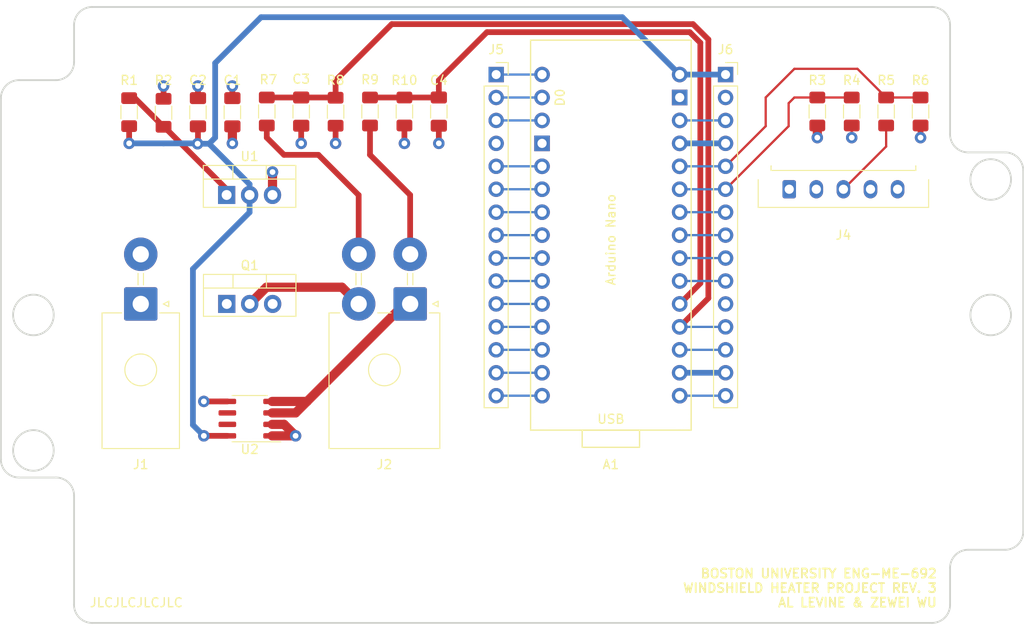
<source format=kicad_pcb>
(kicad_pcb (version 20221018) (generator pcbnew)
  (title_block (title "Windshield Heater Controller PCB") (rev "3") (company "ME692"))
  (layers (0 "F.Cu" signal) (1 "In1.Cu" signal) (2 "In2.Cu" signal) (31 "B.Cu" signal) (34 "B.Paste" user) (35 "F.Paste" user) (36 "B.SilkS" user "B.Silkscreen") (37 "F.SilkS" user "F.Silkscreen") (38 "B.Mask" user) (39 "F.Mask" user) (44 "Edge.Cuts" user))
  (net 0 "")
  (net 1 "+3V3")
  (net 2 "/A0")
  (net 3 "/A1")
  (net 4 "/A2")
  (net 5 "/A3")
  (net 6 "/A4")
  (net 7 "/A5")
  (net 8 "/A6")
  (net 9 "/A7")
  (net 10 "/AREF")
  (net 11 "/D0")
  (net 12 "/D1")
  (net 13 "/D2")
  (net 14 "/D3")
  (net 15 "/D4")
  (net 16 "/D5")
  (net 17 "/D6")
  (net 18 "/D7")
  (net 19 "/D8")
  (net 20 "/D9")
  (net 21 "/D10")
  (net 22 "/D11")
  (net 23 "/D12")
  (net 24 "/D13")
  (net 25 "GND")
  (net 26 "+12V")
  (net 28 "Net-(J4-Pin_3)")
  (net 29 "+5V")
  (net 30 "Net-(U1-ADJ)")
  (net 31 "Net-(J2-Pin_1)")
  (net 32 "/RST1")
  (net 33 "/RST2")
  (net 34 "Net-(J2-Pin_2)")
  (net 36 "Net-(J2-Pin_3)")
  (net 37 "Net-(J2-Pin_4)")
  (footprint "Resistor_SMD:R_1206_3216Metric_Pad1.30x1.75mm_HandSolder" (layer "F.Cu") (at 99.06 67.59 90)
    (fp_text reference "R7" (at 3.53 0.1825 180) (layer "F.SilkS"))
    (fp_text value "6.65kΩ")
    (fp_line (start -0.727064 -0.91) (end 0.727064 -0.91) (stroke (width 0.12)) (layer "F.SilkS"))
    (fp_line (start -0.727064 0.91) (end 0.727064 0.91) (stroke (width 0.12)) (layer "F.SilkS"))
    (pad "1" smd roundrect (at -1.55 0 90) (size 1.3 1.75) (layers "F.Cu" "F.Paste" "F.Mask") (roundrect_rratio 0.192308) (net 37 "Net-(J2-Pin_4)"))
    (pad "2" smd roundrect (at 1.55 0 90) (size 1.3 1.75) (layers "F.Cu" "F.Paste" "F.Mask") (roundrect_rratio 0.192308) (net 2 "/A0"))
  )
  (footprint "Capacitor_SMD:C_1206_3216Metric_Pad1.33x1.80mm_HandSolder" (layer "F.Cu") (at 102.87 67.6025 -90)
    (fp_text reference "C3" (at -3.6025 0) (layer "F.SilkS"))
    (fp_text value "0.1μF")
    (fp_line (start -0.711252 -0.91) (end 0.711252 -0.91) (stroke (width 0.12)) (layer "F.SilkS"))
    (fp_line (start -0.711252 0.91) (end 0.711252 0.91) (stroke (width 0.12)) (layer "F.SilkS"))
    (pad "1" smd roundrect (at -1.5625 0 270) (size 1.325 1.8) (layers "F.Cu" "F.Paste" "F.Mask") (roundrect_rratio 0.188679) (net 2 "/A0"))
    (pad "2" smd roundrect (at 1.5625 0 270) (size 1.325 1.8) (layers "F.Cu" "F.Paste" "F.Mask") (roundrect_rratio 0.188679) (net 25 "GND"))
  )
  (footprint "Package_TO_SOT_THT:TO-220-3_Vertical" (layer "F.Cu") (at 94.63 88.9)
    (fp_text reference "Q1" (at 2.54 -4.27) (layer "F.SilkS"))
    (fp_text value "Power MOSFET")
    (fp_line (start -2.58 -3.27) (end -2.58 1.371) (stroke (width 0.12)) (layer "F.SilkS"))
    (fp_line (start -2.58 -3.27) (end 7.66 -3.27) (stroke (width 0.12)) (layer "F.SilkS"))
    (fp_line (start -2.58 -1.76) (end 7.66 -1.76) (stroke (width 0.12)) (layer "F.SilkS"))
    (fp_line (start -2.58 1.371) (end 7.66 1.371) (stroke (width 0.12)) (layer "F.SilkS"))
    (fp_line (start 0.69 -3.27) (end 0.69 -1.76) (stroke (width 0.12)) (layer "F.SilkS"))
    (fp_line (start 4.391 -3.27) (end 4.391 -1.76) (stroke (width 0.12)) (layer "F.SilkS"))
    (fp_line (start 7.66 -3.27) (end 7.66 1.371) (stroke (width 0.12)) (layer "F.SilkS"))
    (pad "1" thru_hole rect (at 0 0) (size 1.905 2) (drill 1.1) (layers "*.Cu" "*.Mask") (net 20 "/D9"))
    (pad "2" thru_hole oval (at 2.54 0) (size 1.905 2) (drill 1.1) (layers "*.Cu" "*.Mask") (net 34 "Net-(J2-Pin_2)"))
    (pad "3" thru_hole oval (at 5.08 0) (size 1.905 2) (drill 1.1) (layers "*.Cu" "*.Mask") (net 25 "GND"))
  )
  (footprint "Connector_PinSocket_2.54mm:PinSocket_1x15_P2.54mm_Vertical" (layer "F.Cu") (at 149.86 63.5)
    (fp_text reference "J6" (at 0 -2.77) (layer "F.SilkS"))
    (fp_text value "GPIO Headers")
    (fp_line (start -1.33 1.27) (end -1.33 36.89) (stroke (width 0.12)) (layer "F.SilkS"))
    (fp_line (start -1.33 1.27) (end 1.33 1.27) (stroke (width 0.12)) (layer "F.SilkS"))
    (fp_line (start -1.33 36.89) (end 1.33 36.89) (stroke (width 0.12)) (layer "F.SilkS"))
    (fp_line (start 0 -1.33) (end 1.33 -1.33) (stroke (width 0.12)) (layer "F.SilkS"))
    (fp_line (start 1.33 -1.33) (end 1.33 0) (stroke (width 0.12)) (layer "F.SilkS"))
    (fp_line (start 1.33 1.27) (end 1.33 36.89) (stroke (width 0.12)) (layer "F.SilkS"))
    (pad "1" thru_hole rect (at 0 0) (size 1.7 1.7) (drill 1) (layers "*.Cu" "*.Mask") (net 29 "+5V"))
    (pad "2" thru_hole oval (at 0 2.54) (size 1.7 1.7) (drill 1) (layers "*.Cu" "*.Mask") (net 25 "GND"))
    (pad "3" thru_hole oval (at 0 5.08) (size 1.7 1.7) (drill 1) (layers "*.Cu" "*.Mask") (net 33 "/RST2"))
    (pad "4" thru_hole oval (at 0 7.62) (size 1.7 1.7) (drill 1) (layers "*.Cu" "*.Mask") (net 29 "+5V"))
    (pad "5" thru_hole oval (at 0 10.16) (size 1.7 1.7) (drill 1) (layers "*.Cu" "*.Mask") (net 9 "/A7"))
    (pad "6" thru_hole oval (at 0 12.7) (size 1.7 1.7) (drill 1) (layers "*.Cu" "*.Mask") (net 8 "/A6"))
    (pad "7" thru_hole oval (at 0 15.24) (size 1.7 1.7) (drill 1) (layers "*.Cu" "*.Mask") (net 7 "/A5"))
    (pad "8" thru_hole oval (at 0 17.78) (size 1.7 1.7) (drill 1) (layers "*.Cu" "*.Mask") (net 6 "/A4"))
    (pad "9" thru_hole oval (at 0 20.32) (size 1.7 1.7) (drill 1) (layers "*.Cu" "*.Mask") (net 5 "/A3"))
    (pad "10" thru_hole oval (at 0 22.86) (size 1.7 1.7) (drill 1) (layers "*.Cu" "*.Mask") (net 4 "/A2"))
    (pad "11" thru_hole oval (at 0 25.4) (size 1.7 1.7) (drill 1) (layers "*.Cu" "*.Mask") (net 3 "/A1"))
    (pad "12" thru_hole oval (at 0 27.94) (size 1.7 1.7) (drill 1) (layers "*.Cu" "*.Mask") (net 2 "/A0"))
    (pad "13" thru_hole oval (at 0 30.48) (size 1.7 1.7) (drill 1) (layers "*.Cu" "*.Mask") (net 10 "/AREF"))
    (pad "14" thru_hole oval (at 0 33.02) (size 1.7 1.7) (drill 1) (layers "*.Cu" "*.Mask") (net 1 "+3V3"))
    (pad "15" thru_hole oval (at 0 35.56) (size 1.7 1.7) (drill 1) (layers "*.Cu" "*.Mask") (net 24 "/D13"))
  )
  (footprint "Connector_Molex:Molex_Mega-Fit_76825-0002_2x01_P5.70mm_Horizontal" (layer "F.Cu") (at 85.105 88.9 180)
    (fp_text reference "J1" (at 0 -17.78) (layer "F.SilkS"))
    (fp_text value "Power In" hide)
    (fp_line (start -4.285 -16.01) (end -4.285 -0.99) (stroke (width 0.12)) (layer "F.SilkS"))
    (fp_line (start -4.285 -0.99) (end -2.11 -0.99) (stroke (width 0.12)) (layer "F.SilkS"))
    (fp_line (start -3.1 -0.3) (end -2.5 0) (stroke (width 0.12)) (layer "F.SilkS"))
    (fp_line (start -3.1 0.3) (end -3.1 -0.3) (stroke (width 0.12)) (layer "F.SilkS"))
    (fp_line (start -2.5 0) (end -3.1 0.3) (stroke (width 0.12)) (layer "F.SilkS"))
    (fp_line (start -0.3 2.11) (end -0.3 3.39) (stroke (width 0.12)) (layer "F.SilkS"))
    (fp_line (start 0 -16.01) (end -4.285 -16.01) (stroke (width 0.12)) (layer "F.SilkS"))
    (fp_line (start 0 -16.01) (end 4.285 -16.01) (stroke (width 0.12)) (layer "F.SilkS"))
    (fp_line (start 0.3 2.11) (end 0.3 3.39) (stroke (width 0.12)) (layer "F.SilkS"))
    (fp_line (start 4.285 -16.01) (end 4.285 -0.99) (stroke (width 0.12)) (layer "F.SilkS"))
    (fp_line (start 4.285 -0.99) (end 2.11 -0.99) (stroke (width 0.12)) (layer "F.SilkS"))
    (fp_circle (center 0 -7.3) (end 1.76 -7.3) (stroke (width 0.12)) (fill none) (layer "F.SilkS"))
    (pad "" np_thru_hole circle (at 0 -7.3 180) (size 3 3) (drill 3) (layers "*.Cu" "*.Mask"))
    (pad "1" thru_hole roundrect (at 0 0 180) (size 3.7 3.7) (drill 1.8) (layers "*.Cu" "*.Mask") (roundrect_rratio 0.06756810811) (net 25 "GND"))
    (pad "2" thru_hole circle (at 0 5.5 180) (size 3.7 3.7) (drill 1.8) (layers "*.Cu" "*.Mask") (net 26 "+12V"))
  )
  (footprint "Resistor_SMD:R_1206_3216Metric_Pad1.30x1.75mm_HandSolder" (layer "F.Cu") (at 87.63 67.735 90)
    (fp_text reference "R2" (at 3.6 0 180) (layer "F.SilkS"))
    (fp_text value "3kΩ")
    (fp_line (start -0.727064 -0.91) (end 0.727064 -0.91) (stroke (width 0.12)) (layer "F.SilkS"))
    (fp_line (start -0.727064 0.91) (end 0.727064 0.91) (stroke (width 0.12)) (layer "F.SilkS"))
    (pad "1" smd roundrect (at -1.55 0 90) (size 1.3 1.75) (layers "F.Cu" "F.Paste" "F.Mask") (roundrect_rratio 0.1923076923) (net 30 "Net-(U1-ADJ)"))
    (pad "2" smd roundrect (at 1.55 0 90) (size 1.3 1.75) (layers "F.Cu" "F.Paste" "F.Mask") (roundrect_rratio 0.1923076923) (net 25 "GND"))
  )
  (footprint "Connector_Molex:Molex_Mega-Fit_76825-0004_2x02_P5.70mm_Horizontal" (layer "F.Cu") (at 114.935 88.9 180)
    (fp_text reference "J2" (at 2.85 -17.78) (layer "F.SilkS"))
    (fp_text value "Heater" hide)
    (fp_line (start -3.285 -16.01) (end -3.285 -0.99) (stroke (width 0.12)) (layer "F.SilkS"))
    (fp_line (start -3.285 -0.99) (end -2.11 -0.99) (stroke (width 0.12)) (layer "F.SilkS"))
    (fp_line (start -3.1 -0.3) (end -2.5 0) (stroke (width 0.12)) (layer "F.SilkS"))
    (fp_line (start -3.1 0.3) (end -3.1 -0.3) (stroke (width 0.12)) (layer "F.SilkS"))
    (fp_line (start -2.5 0) (end -3.1 0.3) (stroke (width 0.12)) (layer "F.SilkS"))
    (fp_line (start -0.3 2.11) (end -0.3 3.39) (stroke (width 0.12)) (layer "F.SilkS"))
    (fp_line (start 0.3 2.11) (end 0.3 3.39) (stroke (width 0.12)) (layer "F.SilkS"))
    (fp_line (start 2.11 -0.99) (end 3.59 -0.99) (stroke (width 0.12)) (layer "F.SilkS"))
    (fp_line (start 2.85 -16.01) (end -3.285 -16.01) (stroke (width 0.12)) (layer "F.SilkS"))
    (fp_line (start 2.85 -16.01) (end 8.985 -16.01) (stroke (width 0.12)) (layer "F.SilkS"))
    (fp_line (start 5.4 2.11) (end 5.4 3.39) (stroke (width 0.12)) (layer "F.SilkS"))
    (fp_line (start 6 2.11) (end 6 3.39) (stroke (width 0.12)) (layer "F.SilkS"))
    (fp_line (start 8.985 -16.01) (end 8.985 -0.99) (stroke (width 0.12)) (layer "F.SilkS"))
    (fp_line (start 8.985 -0.99) (end 7.81 -0.99) (stroke (width 0.12)) (layer "F.SilkS"))
    (fp_circle (center 2.85 -7.3) (end 4.61 -7.3) (stroke (width 0.12)) (fill none) (layer "F.SilkS"))
    (pad "" np_thru_hole circle (at 2.85 -7.3 180) (size 3 3) (drill 3) (layers "*.Cu" "*.Mask"))
    (pad "1" thru_hole roundrect (at 0 0 180) (size 3.7 3.7) (drill 1.8) (layers "*.Cu" "*.Mask") (roundrect_rratio 0.067568) (net 31 "Net-(J2-Pin_1)"))
    (pad "2" thru_hole circle (at 5.7 0 180) (size 3.7 3.7) (drill 1.8) (layers "*.Cu" "*.Mask") (net 34 "Net-(J2-Pin_2)"))
    (pad "3" thru_hole circle (at 0 5.5 180) (size 3.7 3.7) (drill 1.8) (layers "*.Cu" "*.Mask") (net 36 "Net-(J2-Pin_3)"))
    (pad "4" thru_hole circle (at 5.7 5.5 180) (size 3.7 3.7) (drill 1.8) (layers "*.Cu" "*.Mask") (net 37 "Net-(J2-Pin_4)"))
  )
  (footprint "Package_TO_SOT_THT:TO-220-3_Vertical" (layer "F.Cu") (at 94.615 76.835)
    (fp_text reference "U1" (at 2.54 -4.27) (layer "F.SilkS"))
    (fp_text value "Voltage Regulator")
    (fp_line (start -2.58 -3.27) (end -2.58 1.371) (stroke (width 0.12)) (layer "F.SilkS"))
    (fp_line (start -2.58 -3.27) (end 7.66 -3.27) (stroke (width 0.12)) (layer "F.SilkS"))
    (fp_line (start -2.58 -1.76) (end 7.66 -1.76) (stroke (width 0.12)) (layer "F.SilkS"))
    (fp_line (start -2.58 1.371) (end 7.66 1.371) (stroke (width 0.12)) (layer "F.SilkS"))
    (fp_line (start 0.69 -3.27) (end 0.69 -1.76) (stroke (width 0.12)) (layer "F.SilkS"))
    (fp_line (start 4.391 -3.27) (end 4.391 -1.76) (stroke (width 0.12)) (layer "F.SilkS"))
    (fp_line (start 7.66 -3.27) (end 7.66 1.371) (stroke (width 0.12)) (layer "F.SilkS"))
    (pad "1" thru_hole rect (at 0 0) (size 1.905 2) (drill 1.1) (layers "*.Cu" "*.Mask") (net 30 "Net-(U1-ADJ)"))
    (pad "2" thru_hole oval (at 2.54 0) (size 1.905 2) (drill 1.1) (layers "*.Cu" "*.Mask") (net 29 "+5V"))
    (pad "3" thru_hole oval (at 5.08 0) (size 1.905 2) (drill 1.1) (layers "*.Cu" "*.Mask") (net 26 "+12V"))
  )
  (footprint "Resistor_SMD:R_1206_3216Metric_Pad1.30x1.75mm_HandSolder" (layer "F.Cu") (at 171.45 67.59 -90)
    (fp_text reference "R6" (at -3.455 0) (layer "F.SilkS"))
    (fp_text value "5kΩ")
    (fp_line (start -0.727064 -0.91) (end 0.727064 -0.91) (stroke (width 0.12)) (layer "F.SilkS"))
    (fp_line (start -0.727064 0.91) (end 0.727064 0.91) (stroke (width 0.12)) (layer "F.SilkS"))
    (pad "1" smd roundrect (at -1.55 0 270) (size 1.3 1.75) (layers "F.Cu" "F.Paste" "F.Mask") (roundrect_rratio 0.1923076923) (net 9 "/A7"))
    (pad "2" smd roundrect (at 1.55 0 270) (size 1.3 1.75) (layers "F.Cu" "F.Paste" "F.Mask") (roundrect_rratio 0.1923076923) (net 25 "GND"))
  )
  (footprint "Capacitor_SMD:C_1206_3216Metric_Pad1.33x1.80mm_HandSolder" (layer "F.Cu") (at 118.11 67.6025 -90)
    (fp_text reference "C4" (at -3.4675 0) (layer "F.SilkS"))
    (fp_text value "0.1μF")
    (fp_line (start -0.711252 -0.91) (end 0.711252 -0.91) (stroke (width 0.12)) (layer "F.SilkS"))
    (fp_line (start -0.711252 0.91) (end 0.711252 0.91) (stroke (width 0.12)) (layer "F.SilkS"))
    (pad "1" smd roundrect (at -1.5625 0 270) (size 1.325 1.8) (layers "F.Cu" "F.Paste" "F.Mask") (roundrect_rratio 0.188679) (net 3 "/A1"))
    (pad "2" smd roundrect (at 1.5625 0 270) (size 1.325 1.8) (layers "F.Cu" "F.Paste" "F.Mask") (roundrect_rratio 0.188679) (net 25 "GND"))
  )
  (footprint "Capacitor_SMD:C_1206_3216Metric_Pad1.33x1.80mm_HandSolder" (layer "F.Cu") (at 91.44 67.6725 90)
    (fp_text reference "C2" (at 3.5375 0 180) (layer "F.SilkS"))
    (fp_text value "1μF")
    (fp_line (start -0.711252 -0.91) (end 0.711252 -0.91) (stroke (width 0.12)) (layer "F.SilkS"))
    (fp_line (start -0.711252 0.91) (end 0.711252 0.91) (stroke (width 0.12)) (layer "F.SilkS"))
    (pad "1" smd roundrect (at -1.5625 0 90) (size 1.325 1.8) (layers "F.Cu" "F.Paste" "F.Mask") (roundrect_rratio 0.1886792453) (net 29 "+5V"))
    (pad "2" smd roundrect (at 1.5625 0 90) (size 1.325 1.8) (layers "F.Cu" "F.Paste" "F.Mask") (roundrect_rratio 0.1886792453) (net 25 "GND"))
  )
  (footprint "PCM_arduino-library:Arduino_Nano_Socket" (layer "F.Cu") (at 137.16 102.87)
    (fp_text reference "A1" (at 0 3.81) (layer "F.SilkS"))
    (fp_text value "Arduino Nano" (at 0 -21.082 90) (layer "F.SilkS"))
    (fp_text user "D0" (at -5.715 -36.83 270 unlocked) (layer "F.SilkS") (effects (justify mirror)))
    (fp_line (start -8.89 -43.18) (end -8.89 0) (stroke (width 0.15)) (layer "F.SilkS"))
    (fp_line (start -8.89 -43.18) (end 8.89 -43.18) (stroke (width 0.15)) (layer "F.SilkS"))
    (fp_line (start -8.89 0) (end 8.89 0) (stroke (width 0.15)) (layer "F.SilkS"))
    (fp_line (start 8.89 -43.18) (end 8.89 0) (stroke (width 0.15)) (layer "F.SilkS"))
    (pad "" np_thru_hole circle (at -7.62 -41.91) (size 1.8 1.8) (drill 1.8) (layers "F&B.Cu" "*.Mask"))
    (pad "" np_thru_hole circle (at -7.62 -1.27) (size 1.8 1.8) (drill 1.8) (layers "F&B.Cu" "*.Mask"))
    (pad "" np_thru_hole circle (at 7.62 -41.91) (size 1.8 1.8) (drill 1.8) (layers "F&B.Cu" "*.Mask"))
    (pad "" np_thru_hole circle (at 7.62 -1.27) (size 1.8 1.8) (drill 1.8) (layers "F&B.Cu" "*.Mask"))
    (pad "3V3" thru_hole circle (at 7.62 -6.35) (size 1.7272 1.7272) (drill 1.016) (layers "*.Cu" "*.Mask") (net 1 "+3V3"))
    (pad "5V" thru_hole circle (at 7.62 -31.75) (size 1.7272 1.7272) (drill 1.016) (layers "*.Cu" "*.Mask") (net 29 "+5V"))
    (pad "A0" thru_hole circle (at 7.62 -11.43) (size 1.7272 1.7272) (drill 1.016) (layers "*.Cu" "*.Mask") (net 2 "/A0"))
    (pad "A1" thru_hole circle (at 7.62 -13.97) (size 1.7272 1.7272) (drill 1.016) (layers "*.Cu" "*.Mask") (net 3 "/A1"))
    (pad "A2" thru_hole circle (at 7.62 -16.51) (size 1.7272 1.7272) (drill 1.016) (layers "*.Cu" "*.Mask") (net 4 "/A2"))
    (pad "A3" thru_hole circle (at 7.62 -19.05) (size 1.7272 1.7272) (drill 1.016) (layers "*.Cu" "*.Mask") (net 5 "/A3"))
    (pad "A4" thru_hole circle (at 7.62 -21.59) (size 1.7272 1.7272) (drill 1.016) (layers "*.Cu" "*.Mask") (net 6 "/A4"))
    (pad "A5" thru_hole circle (at 7.62 -24.13) (size 1.7272 1.7272) (drill 1.016) (layers "*.Cu" "*.Mask") (net 7 "/A5"))
    (pad "A6" thru_hole circle (at 7.62 -26.67) (size 1.7272 1.7272) (drill 1.016) (layers "*.Cu" "*.Mask") (net 8 "/A6"))
    (pad "A7" thru_hole circle (at 7.62 -29.21) (size 1.7272 1.7272) (drill 1.016) (layers "*.Cu" "*.Mask") (net 9 "/A7"))
    (pad "AREF" thru_hole circle (at 7.62 -8.89) (size 1.7272 1.7272) (drill 1.016) (layers "*.Cu" "*.Mask") (net 10 "/AREF"))
    (pad "D0" thru_hole circle (at -7.62 -36.83) (size 1.7272 1.7272) (drill 1.016) (layers "*.Cu" "*.Mask") (net 11 "/D0"))
    (pad "D1" thru_hole circle (at -7.62 -39.37) (size 1.7272 1.7272) (drill 1.016) (layers "*.Cu" "*.Mask") (net 12 "/D1"))
    (pad "D2" thru_hole circle (at -7.62 -29.21) (size 1.7272 1.7272) (drill 1.016) (layers "*.Cu" "*.Mask") (net 13 "/D2"))
    (pad "D3" thru_hole circle (at -7.62 -26.67) (size 1.7272 1.7272) (drill 1.016) (layers "*.Cu" "*.Mask") (net 14 "/D3"))
    (pad "D4" thru_hole circle (at -7.62 -24.13) (size 1.7272 1.7272) (drill 1.016) (layers "*.Cu" "*.Mask") (net 15 "/D4"))
    (pad "D5" thru_hole circle (at -7.62 -21.59) (size 1.7272 1.7272) (drill 1.016) (layers "*.Cu" "*.Mask") (net 16 "/D5"))
    (pad "D6" thru_hole circle (at -7.62 -19.05) (size 1.7272 1.7272) (drill 1.016) (layers "*.Cu" "*.Mask") (net 17 "/D6"))
    (pad "D7" thru_hole circle (at -7.62 -16.51) (size 1.7272 1.7272) (drill 1.016) (layers "*.Cu" "*.Mask") (net 18 "/D7"))
    (pad "D8" thru_hole circle (at -7.62 -13.97) (size 1.7272 1.7272) (drill 1.016) (layers "*.Cu" "*.Mask") (net 19 "/D8"))
    (pad "D9" thru_hole circle (at -7.62 -11.43) (size 1.7272 1.7272) (drill 1.016) (layers "*.Cu" "*.Mask") (net 20 "/D9"))
    (pad "D10" thru_hole circle (at -7.62 -8.89) (size 1.7272 1.7272) (drill 1.016) (layers "*.Cu" "*.Mask") (net 21 "/D10"))
    (pad "D11" thru_hole circle (at -7.62 -6.35) (size 1.7272 1.7272) (drill 1.016) (layers "*.Cu" "*.Mask") (net 22 "/D11"))
    (pad "D12" thru_hole circle (at -7.62 -3.81) (size 1.7272 1.7272) (drill 1.016) (layers "*.Cu" "*.Mask") (net 23 "/D12"))
    (pad "D13" thru_hole circle (at 7.62 -3.81) (size 1.7272 1.7272) (drill 1.016) (layers "*.Cu" "*.Mask") (net 24 "/D13"))
    (pad "GND1" thru_hole rect (at -7.62 -31.75) (size 1.7272 1.7272) (drill 1.016) (layers "*.Cu" "*.Mask") (net 25 "GND"))
    (pad "GND2" thru_hole rect (at 7.62 -36.83) (size 1.7272 1.7272) (drill 1.016) (layers "*.Cu" "*.Mask") (net 25 "GND"))
    (pad "RST1" thru_hole circle (at -7.62 -34.29) (size 1.7272 1.7272) (drill 1.016) (layers "*.Cu" "*.Mask") (net 32 "/RST1"))
    (pad "RST2" thru_hole circle (at 7.62 -34.29) (size 1.7272 1.7272) (drill 1.016) (layers "*.Cu" "*.Mask") (net 33 "/RST2"))
    (pad "VIN" thru_hole circle (at 7.62 -39.37) (size 1.7272 1.7272) (drill 1.016) (layers "*.Cu" "*.Mask") (net 29 "+5V"))
  )
  (footprint "Connector_PinSocket_2.54mm:PinSocket_1x15_P2.54mm_Vertical" (layer "F.Cu") (at 124.46 63.5)
    (fp_text reference "J5" (at 0 -2.77) (layer "F.SilkS"))
    (fp_text value "GPIO Headers")
    (fp_line (start -1.33 1.27) (end -1.33 36.89) (stroke (width 0.12)) (layer "F.SilkS"))
    (fp_line (start -1.33 1.27) (end 1.33 1.27) (stroke (width 0.12)) (layer "F.SilkS"))
    (fp_line (start -1.33 36.89) (end 1.33 36.89) (stroke (width 0.12)) (layer "F.SilkS"))
    (fp_line (start 0 -1.33) (end 1.33 -1.33) (stroke (width 0.12)) (layer "F.SilkS"))
    (fp_line (start 1.33 -1.33) (end 1.33 0) (stroke (width 0.12)) (layer "F.SilkS"))
    (fp_line (start 1.33 1.27) (end 1.33 36.89) (stroke (width 0.12)) (layer "F.SilkS"))
    (pad "1" thru_hole rect (at 0 0) (size 1.7 1.7) (drill 1) (layers "*.Cu" "*.Mask") (net 12 "/D1"))
    (pad "2" thru_hole oval (at 0 2.54) (size 1.7 1.7) (drill 1) (layers "*.Cu" "*.Mask") (net 11 "/D0"))
    (pad "3" thru_hole oval (at 0 5.08) (size 1.7 1.7) (drill 1) (layers "*.Cu" "*.Mask") (net 32 "/RST1"))
    (pad "4" thru_hole oval (at 0 7.62) (size 1.7 1.7) (drill 1) (layers "*.Cu" "*.Mask") (net 25 "GND"))
    (pad "5" thru_hole oval (at 0 10.16) (size 1.7 1.7) (drill 1) (layers "*.Cu" "*.Mask") (net 13 "/D2"))
    (pad "6" thru_hole oval (at 0 12.7) (size 1.7 1.7) (drill 1) (layers "*.Cu" "*.Mask") (net 14 "/D3"))
    (pad "7" thru_hole oval (at 0 15.24) (size 1.7 1.7) (drill 1) (layers "*.Cu" "*.Mask") (net 15 "/D4"))
    (pad "8" thru_hole oval (at 0 17.78) (size 1.7 1.7) (drill 1) (layers "*.Cu" "*.Mask") (net 16 "/D5"))
    (pad "9" thru_hole oval (at 0 20.32) (size 1.7 1.7) (drill 1) (layers "*.Cu" "*.Mask") (net 17 "/D6"))
    (pad "10" thru_hole oval (at 0 22.86) (size 1.7 1.7) (drill 1) (layers "*.Cu" "*.Mask") (net 18 "/D7"))
    (pad "11" thru_hole oval (at 0 25.4) (size 1.7 1.7) (drill 1) (layers "*.Cu" "*.Mask") (net 19 "/D8"))
    (pad "12" thru_hole oval (at 0 27.94) (size 1.7 1.7) (drill 1) (layers "*.Cu" "*.Mask") (net 20 "/D9"))
    (pad "13" thru_hole oval (at 0 30.48) (size 1.7 1.7) (drill 1) (layers "*.Cu" "*.Mask") (net 21 "/D10"))
    (pad "14" thru_hole oval (at 0 33.02) (size 1.7 1.7) (drill 1) (layers "*.Cu" "*.Mask") (net 22 "/D11"))
    (pad "15" thru_hole oval (at 0 35.56) (size 1.7 1.7) (drill 1) (layers "*.Cu" "*.Mask") (net 23 "/D12"))
  )
  (footprint "Resistor_SMD:R_1206_3216Metric_Pad1.30x1.75mm_HandSolder" (layer "F.Cu") (at 163.83 67.59 -90)
    (fp_text reference "R4" (at -3.455 0) (layer "F.SilkS"))
    (fp_text value "5kΩ")
    (fp_line (start -0.727064 -0.91) (end 0.727064 -0.91) (stroke (width 0.12)) (layer "F.SilkS"))
    (fp_line (start -0.727064 0.91) (end 0.727064 0.91) (stroke (width 0.12)) (layer "F.SilkS"))
    (pad "1" smd roundrect (at -1.55 0 270) (size 1.3 1.75) (layers "F.Cu" "F.Paste" "F.Mask") (roundrect_rratio 0.1923076923) (net 8 "/A6"))
    (pad "2" smd roundrect (at 1.55 0 270) (size 1.3 1.75) (layers "F.Cu" "F.Paste" "F.Mask") (roundrect_rratio 0.1923076923) (net 25 "GND"))
  )
  (footprint "Resistor_SMD:R_1206_3216Metric_Pad1.30x1.75mm_HandSolder" (layer "F.Cu") (at 106.68 67.615 -90)
    (fp_text reference "R8" (at -3.48 0) (layer "F.SilkS"))
    (fp_text value "3.32kΩ")
    (fp_line (start -0.727064 -0.91) (end 0.727064 -0.91) (stroke (width 0.12)) (layer "F.SilkS"))
    (fp_line (start -0.727064 0.91) (end 0.727064 0.91) (stroke (width 0.12)) (layer "F.SilkS"))
    (pad "1" smd roundrect (at -1.55 0 270) (size 1.3 1.75) (layers "F.Cu" "F.Paste" "F.Mask") (roundrect_rratio 0.192308) (net 2 "/A0"))
    (pad "2" smd roundrect (at 1.55 0 270) (size 1.3 1.75) (layers "F.Cu" "F.Paste" "F.Mask") (roundrect_rratio 0.192308) (net 25 "GND"))
  )
  (footprint "Resistor_SMD:R_1206_3216Metric_Pad1.30x1.75mm_HandSolder" (layer "F.Cu") (at 83.82 67.66 90)
    (fp_text reference "R1" (at 3.525 0 180) (layer "F.SilkS"))
    (fp_text value "1kΩ")
    (fp_line (start -0.727064 -0.91) (end 0.727064 -0.91) (stroke (width 0.12)) (layer "F.SilkS"))
    (fp_line (start -0.727064 0.91) (end 0.727064 0.91) (stroke (width 0.12)) (layer "F.SilkS"))
    (pad "1" smd roundrect (at -1.55 0 90) (size 1.3 1.75) (layers "F.Cu" "F.Paste" "F.Mask") (roundrect_rratio 0.1923076923) (net 29 "+5V"))
    (pad "2" smd roundrect (at 1.55 0 90) (size 1.3 1.75) (layers "F.Cu" "F.Paste" "F.Mask") (roundrect_rratio 0.1923076923) (net 30 "Net-(U1-ADJ)"))
  )
  (footprint "Resistor_SMD:R_1206_3216Metric_Pad1.30x1.75mm_HandSolder" (layer "F.Cu") (at 167.64 67.59 90)
    (fp_text reference "R5" (at 3.455 0 180) (layer "F.SilkS"))
    (fp_text value "15kΩ")
    (fp_line (start -0.727064 -0.91) (end 0.727064 -0.91) (stroke (width 0.12)) (layer "F.SilkS"))
    (fp_line (start -0.727064 0.91) (end 0.727064 0.91) (stroke (width 0.12)) (layer "F.SilkS"))
    (pad "1" smd roundrect (at -1.55 0 90) (size 1.3 1.75) (layers "F.Cu" "F.Paste" "F.Mask") (roundrect_rratio 0.1923076923) (net 28 "Net-(J4-Pin_3)"))
    (pad "2" smd roundrect (at 1.55 0 90) (size 1.3 1.75) (layers "F.Cu" "F.Paste" "F.Mask") (roundrect_rratio 0.1923076923) (net 9 "/A7"))
  )
  (footprint "Connector_Molex:Molex_Micro-Fit_3.0_43650-0515_1x05_P3.00mm_Vertical" (layer "F.Cu") (at 156.91 76.2)
    (fp_text reference "J4" (at 6 5.08) (layer "F.SilkS"))
    (fp_text value "Relay" hide)
    (fp_line (start -3.435 -1.065) (end -3.435 2.01) (stroke (width 0.12)) (layer "F.SilkS"))
    (fp_line (start -3.435 2.01) (end 15.435 2.01) (stroke (width 0.12)) (layer "F.SilkS"))
    (fp_line (start -2.015 -2.58) (end -2.015 -2.08) (stroke (width 0.12)) (layer "F.SilkS"))
    (fp_line (start -2.015 -2.08) (end 14.015 -2.08) (stroke (width 0.12)) (layer "F.SilkS"))
    (fp_line (start -1.995 -2.58) (end -2.015 -2.58) (stroke (width 0.12)) (layer "F.SilkS"))
    (fp_line (start 14.015 -2.58) (end 13.995 -2.58) (stroke (width 0.12)) (layer "F.SilkS"))
    (fp_line (start 14.015 -2.08) (end 14.015 -2.58) (stroke (width 0.12)) (layer "F.SilkS"))
    (fp_line (start 15.435 2.01) (end 15.435 -1.065) (stroke (width 0.12)) (layer "F.SilkS"))
    (pad "" np_thru_hole circle (at -3 -1.96) (size 1.27 1.27) (drill 1.27) (layers "*.Cu" "*.Mask"))
    (pad "" np_thru_hole circle (at 15 -1.96) (size 1.27 1.27) (drill 1.27) (layers "*.Cu" "*.Mask"))
    (pad "1" thru_hole roundrect (at 0 0) (size 1.5 2.02) (drill 1.02) (layers "*.Cu" "*.Mask") (roundrect_rratio 0.1666673333))
    (pad "2" thru_hole oval (at 3 0) (size 1.5 2.02) (drill 1.02) (layers "*.Cu" "*.Mask") (net 26 "+12V"))
    (pad "3" thru_hole oval (at 6 0) (size 1.5 2.02) (drill 1.02) (layers "*.Cu" "*.Mask") (net 28 "Net-(J4-Pin_3)"))
    (pad "4" thru_hole oval (at 9 0) (size 1.5 2.02) (drill 1.02) (layers "*.Cu" "*.Mask") (net 26 "+12V"))
    (pad "5" thru_hole oval (at 12 0) (size 1.5 2.02) (drill 1.02) (layers "*.Cu" "*.Mask") (net 25 "GND"))
  )
  (footprint "Resistor_SMD:R_1206_3216Metric_Pad1.30x1.75mm_HandSolder" (layer "F.Cu") (at 160.02 67.59 90)
    (fp_text reference "R3" (at 3.455 0 180) (layer "F.SilkS"))
    (fp_text value "10kΩ")
    (fp_line (start -0.727064 -0.91) (end 0.727064 -0.91) (stroke (width 0.12)) (layer "F.SilkS"))
    (fp_line (start -0.727064 0.91) (end 0.727064 0.91) (stroke (width 0.12)) (layer "F.SilkS"))
    (pad "1" smd roundrect (at -1.55 0 90) (size 1.3 1.75) (layers "F.Cu" "F.Paste" "F.Mask") (roundrect_rratio 0.1923076923) (net 26 "+12V"))
    (pad "2" smd roundrect (at 1.55 0 90) (size 1.3 1.75) (layers "F.Cu" "F.Paste" "F.Mask") (roundrect_rratio 0.1923076923) (net 8 "/A6"))
  )
  (footprint "Resistor_SMD:R_1206_3216Metric_Pad1.30x1.75mm_HandSolder" (layer "F.Cu") (at 110.49 67.59 90)
    (fp_text reference "R9" (at 3.53 0 180) (layer "F.SilkS"))
    (fp_text value "6.65kΩ")
    (fp_line (start -0.727064 -0.91) (end 0.727064 -0.91) (stroke (width 0.12)) (layer "F.SilkS"))
    (fp_line (start -0.727064 0.91) (end 0.727064 0.91) (stroke (width 0.12)) (layer "F.SilkS"))
    (pad "1" smd roundrect (at -1.55 0 90) (size 1.3 1.75) (layers "F.Cu" "F.Paste" "F.Mask") (roundrect_rratio 0.192308) (net 36 "Net-(J2-Pin_3)"))
    (pad "2" smd roundrect (at 1.55 0 90) (size 1.3 1.75) (layers "F.Cu" "F.Paste" "F.Mask") (roundrect_rratio 0.192308) (net 3 "/A1"))
  )
  (footprint "Resistor_SMD:R_1206_3216Metric_Pad1.30x1.75mm_HandSolder" (layer "F.Cu") (at 114.3 67.59 -90)
    (fp_text reference "R10" (at -3.455 0) (layer "F.SilkS"))
    (fp_text value "3.32kΩ")
    (fp_line (start -0.727064 -0.91) (end 0.727064 -0.91) (stroke (width 0.12)) (layer "F.SilkS"))
    (fp_line (start -0.727064 0.91) (end 0.727064 0.91) (stroke (width 0.12)) (layer "F.SilkS"))
    (pad "1" smd roundrect (at -1.55 0 270) (size 1.3 1.75) (layers "F.Cu" "F.Paste" "F.Mask") (roundrect_rratio 0.192308) (net 3 "/A1"))
    (pad "2" smd roundrect (at 1.55 0 270) (size 1.3 1.75) (layers "F.Cu" "F.Paste" "F.Mask") (roundrect_rratio 0.192308) (net 25 "GND"))
  )
  (footprint "Capacitor_SMD:C_1206_3216Metric_Pad1.33x1.80mm_HandSolder" (layer "F.Cu") (at 95.25 67.6725 90)
    (fp_text reference "C1" (at 3.5375 0 180) (layer "F.SilkS"))
    (fp_text value "0.1μF")
    (fp_line (start -0.711252 -0.91) (end 0.711252 -0.91) (stroke (width 0.12)) (layer "F.SilkS"))
    (fp_line (start -0.711252 0.91) (end 0.711252 0.91) (stroke (width 0.12)) (layer "F.SilkS"))
    (pad "1" smd roundrect (at -1.5625 0 90) (size 1.325 1.8) (layers "F.Cu" "F.Paste" "F.Mask") (roundrect_rratio 0.1886792453) (net 26 "+12V"))
    (pad "2" smd roundrect (at 1.5625 0 90) (size 1.325 1.8) (layers "F.Cu" "F.Paste" "F.Mask") (roundrect_rratio 0.1886792453) (net 25 "GND"))
  )
  (footprint "Package_SO:SOIC-8_3.9x4.9mm_P1.27mm" (layer "F.Cu") (at 97.17 101.6 180)
    (fp_text reference "U2" (at 0 -3.4) (layer "F.SilkS"))
    (fp_text value "Current Sensor IC")
    (fp_line (start 0 -2.56) (end -3.45 -2.56) (stroke (width 0.12)) (layer "F.SilkS"))
    (fp_line (start 0 -2.56) (end 1.95 -2.56) (stroke (width 0.12)) (layer "F.SilkS"))
    (fp_line (start 0 2.56) (end -1.95 2.56) (stroke (width 0.12)) (layer "F.SilkS"))
    (fp_line (start 0 2.56) (end 1.95 2.56) (stroke (width 0.12)) (layer "F.SilkS"))
    (pad "1" smd roundrect (at -2.475 -1.905 180) (size 1.95 0.6) (layers "F.Cu" "F.Paste" "F.Mask") (net 26 "+12V"))
    (pad "2" smd roundrect (at -2.475 -0.635 180) (size 1.95 0.6) (layers "F.Cu" "F.Paste" "F.Mask") (net 26 "+12V"))
    (pad "3" smd roundrect (at -2.475 0.635 180) (size 1.95 0.6) (layers "F.Cu" "F.Paste" "F.Mask") (net 31 "Net-(J2-Pin_1)"))
    (pad "4" smd roundrect (at -2.475 1.905 180) (size 1.95 0.6) (layers "F.Cu" "F.Paste" "F.Mask") (net 31 "Net-(J2-Pin_1)"))
    (pad "5" smd roundrect (at 2.475 1.905 180) (size 1.95 0.6) (layers "F.Cu" "F.Paste" "F.Mask") (net 25 "GND"))
    (pad "6" smd roundrect (at 2.475 0.635 180) (size 1.95 0.6) (layers "F.Cu" "F.Paste" "F.Mask"))
    (pad "7" smd roundrect (at 2.475 -0.635 180) (size 1.95 0.6) (layers "F.Cu" "F.Paste" "F.Mask") (net 4 "/A2"))
    (pad "8" smd roundrect (at 2.475 -1.905 180) (size 1.95 0.6) (layers "F.Cu" "F.Paste" "F.Mask") (net 29 "+5V"))
  )
  (gr_rect (start 133.985 102.87) (end 140.335 104.775) (stroke (width 0.15)) (fill none) (layer "F.SilkS"))
  (gr_line (start 174.72 58.02) (end 174.72 70.12) (stroke (width 0.2)) (layer "Edge.Cuts"))
  (gr_circle (center 179.22 75.12) (end 181.47 75.12) (stroke (width 0.2)) (fill none) (layer "Edge.Cuts"))
  (gr_arc (start 79.72 124.22) (mid 78.305786 123.634214) (end 77.72 122.22) (stroke (width 0.2)) (layer "Edge.Cuts"))
  (gr_line (start 75.72 64.12) (end 71.62 64.12) (stroke (width 0.2)) (layer "Edge.Cuts"))
  (gr_circle (center 179.22 90.12) (end 181.47 90.12) (stroke (width 0.2)) (fill none) (layer "Edge.Cuts"))
  (gr_arc (start 174.72 118.12) (mid 175.305786 116.705786) (end 176.72 116.12) (stroke (width 0.2)) (layer "Edge.Cuts"))
  (gr_arc (start 75.72 108.12) (mid 77.134214 108.705786) (end 77.72 110.12) (stroke (width 0.2)) (layer "Edge.Cuts"))
  (gr_line (start 69.62 66.12) (end 69.62 106.12) (stroke (width 0.2)) (layer "Edge.Cuts"))
  (gr_arc (start 174.72 122.22) (mid 174.134214 123.634214) (end 172.72 124.22) (stroke (width 0.2)) (layer "Edge.Cuts"))
  (gr_line (start 75.72 108.12) (end 71.62 108.12) (stroke (width 0.2)) (layer "Edge.Cuts"))
  (gr_arc (start 172.72 56.02) (mid 174.134214 56.605786) (end 174.72 58.02) (stroke (width 0.2)) (layer "Edge.Cuts"))
  (gr_line (start 77.72 58.02) (end 77.72 62.12) (stroke (width 0.2)) (layer "Edge.Cuts"))
  (gr_circle (center 73.22 105.12) (end 75.47 105.12) (stroke (width 0.2)) (fill none) (layer "Edge.Cuts"))
  (gr_arc (start 182.82 114.12) (mid 182.234214 115.534214) (end 180.82 116.12) (stroke (width 0.2)) (layer "Edge.Cuts"))
  (gr_arc (start 69.62 66.12) (mid 70.205786 64.705786) (end 71.62 64.12) (stroke (width 0.2)) (layer "Edge.Cuts"))
  (gr_arc (start 71.62 108.12) (mid 70.205786 107.534214) (end 69.62 106.12) (stroke (width 0.2)) (layer "Edge.Cuts"))
  (gr_line (start 172.72 56.02) (end 79.72 56.02) (stroke (width 0.2)) (layer "Edge.Cuts"))
  (gr_line (start 182.82 74.12) (end 182.82 114.12) (stroke (width 0.2)) (layer "Edge.Cuts"))
  (gr_line (start 77.72 110.12) (end 77.72 122.22) (stroke (width 0.2)) (layer "Edge.Cuts"))
  (gr_line (start 172.72 124.22) (end 79.72 124.22) (stroke (width 0.2)) (layer "Edge.Cuts"))
  (gr_arc (start 77.72 62.12) (mid 77.134214 63.534214) (end 75.72 64.12) (stroke (width 0.2)) (layer "Edge.Cuts"))
  (gr_line (start 176.72 116.12) (end 180.82 116.12) (stroke (width 0.2)) (layer "Edge.Cuts"))
  (gr_circle (center 73.22 90.12) (end 75.47 90.12) (stroke (width 0.2)) (fill none) (layer "Edge.Cuts"))
  (gr_arc (start 176.72 72.12) (mid 175.305786 71.534214) (end 174.72 70.12) (stroke (width 0.2)) (layer "Edge.Cuts"))
  (gr_line (start 174.72 118.12) (end 174.72 122.22) (stroke (width 0.2)) (layer "Edge.Cuts"))
  (gr_arc (start 77.72 58.02) (mid 78.305786 56.605786) (end 79.72 56.02) (stroke (width 0.2)) (layer "Edge.Cuts"))
  (gr_arc (start 180.82 72.12) (mid 182.234214 72.705786) (end 182.82 74.12) (stroke (width 0.2)) (layer "Edge.Cuts"))
  (gr_line (start 176.72 72.12) (end 180.82 72.12) (stroke (width 0.2)) (layer "Edge.Cuts"))
  (gr_text "USB" (at 137.16 102.235) (layer "F.SilkS") (effects (font (size 1 1)) (justify bottom)))
  (gr_text "BOSTON UNIVERSITY ENG-ME-692\nWINDSHIELD HEATER PROJECT REV. 3\nAL LEVINE & ZEWEI WU" (at 173.355 122.555) (layer "F.SilkS") (effects (font (size 1 1) (thickness 0.2) bold) (justify right bottom)))
  (gr_text "JLCJLCJLCJLC" (at 79.375 122.555) (layer "F.SilkS") (effects (font (size 1 1)) (justify left bottom)))
  (segment (start 144.78 96.52) (end 149.86 96.52) (width 0.635) (layer "B.Cu") (net 1))
  (segment (start 107.39 66.065) (end 106.68 66.065) (width 0.25) (layer "F.Cu") (net 2))
  (segment (start 147.955 88.265) (end 144.78 91.44) (width 0.635) (layer "F.Cu") (net 2))
  (segment (start 102.87 66.04) (end 106.655 66.04) (width 0.635) (layer "F.Cu") (net 2))
  (segment (start 106.68 64.135) (end 112.899 57.916) (width 0.635) (layer "F.Cu") (net 2))
  (segment (start 112.899 57.916) (end 146.258764 57.916) (width 0.635) (layer "F.Cu") (net 2))
  (segment (start 106.68 66.065) (end 106.68 64.135) (width 0.635) (layer "F.Cu") (net 2))
  (segment (start 147.955 59.612236) (end 147.955 88.265) (width 0.635) (layer "F.Cu") (net 2))
  (segment (start 99.06 66.04) (end 102.87 66.04) (width 0.635) (layer "F.Cu") (net 2))
  (segment (start 146.258764 57.916) (end 147.955 59.612236) (width 0.635) (layer "F.Cu") (net 2))
  (segment (start 106.68 66.065) (end 106.68 66.04) (width 0.25) (layer "F.Cu") (net 2))
  (segment (start 106.655 66.04) (end 106.68 66.065) (width 0.635) (layer "F.Cu") (net 2))
  (segment (start 144.78 91.44) (end 149.86 91.44) (width 0.25) (layer "B.Cu") (net 2))
  (segment (start 114.3 66.04) (end 118.11 66.04) (width 0.635) (layer "F.Cu") (net 3))
  (segment (start 118.11 66.04) (end 118.11 64.135) (width 0.635) (layer "F.Cu") (net 3))
  (segment (start 118.11 64.135) (end 123.44 58.805) (width 0.635) (layer "F.Cu") (net 3))
  (segment (start 147.066 86.614) (end 144.78 88.9) (width 0.635) (layer "F.Cu") (net 3))
  (segment (start 147.066 59.980472) (end 147.066 86.614) (width 0.635) (layer "F.Cu") (net 3))
  (segment (start 110.49 66.04) (end 114.3 66.04) (width 0.635) (layer "F.Cu") (net 3))
  (segment (start 123.44 58.805) (end 145.890528 58.805) (width 0.635) (layer "F.Cu") (net 3))
  (segment (start 145.890528 58.805) (end 147.066 59.980472) (width 0.635) (layer "F.Cu") (net 3))
  (segment (start 144.78 86.36) (end 149.86 86.36) (width 0.25) (layer "B.Cu") (net 4))
  (segment (start 144.78 83.82) (end 149.86 83.82) (width 0.25) (layer "B.Cu") (net 5))
  (segment (start 144.78 81.28) (end 149.86 81.28) (width 0.25) (layer "B.Cu") (net 6))
  (segment (start 144.78 78.74) (end 149.86 78.74) (width 0.25) (layer "B.Cu") (net 7))
  (segment (start 149.86 76.2) (end 156.845 69.215) (width 0.25) (layer "F.Cu") (net 8))
  (segment (start 156.845 66.675) (end 157.48 66.04) (width 0.25) (layer "F.Cu") (net 8))
  (segment (start 156.845 69.215) (end 156.845 66.675) (width 0.25) (layer "F.Cu") (net 8))
  (segment (start 157.48 66.04) (end 160.02 66.04) (width 0.25) (layer "F.Cu") (net 8))
  (segment (start 160.02 66.04) (end 163.83 66.04) (width 0.25) (layer "F.Cu") (net 8))
  (segment (start 144.78 76.2) (end 149.86 76.2) (width 0.25) (layer "B.Cu") (net 8))
  (segment (start 154.305 69.215) (end 154.305 66.04) (width 0.25) (layer "F.Cu") (net 9))
  (segment (start 149.86 73.66) (end 154.305 69.215) (width 0.25) (layer "F.Cu") (net 9))
  (segment (start 167.64 66.04) (end 171.45 66.04) (width 0.25) (layer "F.Cu") (net 9))
  (segment (start 154.305 66.04) (end 157.48 62.865) (width 0.25) (layer "F.Cu") (net 9))
  (segment (start 157.48 62.865) (end 164.465 62.865) (width 0.25) (layer "F.Cu") (net 9))
  (segment (start 164.465 62.865) (end 167.64 66.04) (width 0.25) (layer "F.Cu") (net 9))
  (segment (start 144.78 73.66) (end 149.86 73.66) (width 0.25) (layer "B.Cu") (net 9))
  (segment (start 144.78 93.98) (end 149.86 93.98) (width 0.25) (layer "B.Cu") (net 10))
  (segment (start 124.46 66.04) (end 129.54 66.04) (width 0.25) (layer "B.Cu") (net 11))
  (segment (start 124.46 63.5) (end 129.54 63.5) (width 0.25) (layer "B.Cu") (net 12))
  (segment (start 124.46 73.66) (end 129.54 73.66) (width 0.25) (layer "B.Cu") (net 13))
  (segment (start 124.46 76.2) (end 129.54 76.2) (width 0.25) (layer "B.Cu") (net 14))
  (segment (start 124.46 78.74) (end 129.54 78.74) (width 0.25) (layer "B.Cu") (net 15))
  (segment (start 124.46 81.28) (end 129.54 81.28) (width 0.25) (layer "B.Cu") (net 16))
  (segment (start 124.46 83.82) (end 129.54 83.82) (width 0.25) (layer "B.Cu") (net 17))
  (segment (start 124.46 86.36) (end 129.54 86.36) (width 0.25) (layer "B.Cu") (net 18))
  (segment (start 124.46 88.9) (end 129.54 88.9) (width 0.25) (layer "B.Cu") (net 19))
  (segment (start 124.46 91.44) (end 129.54 91.44) (width 0.25) (layer "B.Cu") (net 20))
  (segment (start 124.46 93.98) (end 129.54 93.98) (width 0.25) (layer "B.Cu") (net 21))
  (segment (start 124.46 96.52) (end 129.54 96.52) (width 0.25) (layer "B.Cu") (net 22))
  (segment (start 124.46 99.06) (end 129.54 99.06) (width 0.25) (layer "B.Cu") (net 23))
  (segment (start 144.78 99.06) (end 149.86 99.06) (width 0.25) (layer "B.Cu") (net 24))
  (segment (start 114.3 69.14) (end 114.3 71.12) (width 0.635) (layer "F.Cu") (net 25))
  (segment (start 102.87 69.165) (end 102.87 71.12) (width 0.635) (layer "F.Cu") (net 25))
  (segment (start 91.44 66.11) (end 91.44 64.77) (width 0.635) (layer "F.Cu") (net 25))
  (segment (start 171.45 69.14) (end 171.45 70.485) (width 0.635) (layer "F.Cu") (net 25))
  (segment (start 106.68 69.165) (end 106.68 71.12) (width 0.635) (layer "F.Cu") (net 25))
  (segment (start 87.63 66.185) (end 87.63 64.77) (width 0.635) (layer "F.Cu") (net 25))
  (segment (start 118.11 69.165) (end 118.11 71.12) (width 0.635) (layer "F.Cu") (net 25))
  (segment (start 94.695 99.695) (end 92.09 99.695) (width 0.635) (layer "F.Cu") (net 25))
  (segment (start 163.83 69.14) (end 163.83 70.485) (width 0.25) (layer "F.Cu") (net 25))
  (segment (start 163.12 69.14) (end 163.83 69.14) (width 0.25) (layer "F.Cu") (net 25))
  (segment (start 95.25 66.11) (end 95.25 64.77) (width 0.635) (layer "F.Cu") (net 25))
  (via (at 171.45 70.485) (size 1.27) (drill 0.635) (layers "F.Cu" "B.Cu") (net 25))
  (via (at 102.87 71.12) (size 1.27) (drill 0.635) (layers "F.Cu" "B.Cu") (net 25))
  (via (at 92.09 99.695) (size 1.27) (drill 0.635) (layers "F.Cu" "B.Cu") (net 25))
  (via (at 106.68 71.12) (size 1.27) (drill 0.635) (layers "F.Cu" "B.Cu") (net 25))
  (via (at 87.63 64.77) (size 1.27) (drill 0.635) (layers "F.Cu" "B.Cu") (net 25))
  (via (at 163.83 70.485) (size 1.27) (drill 0.635) (layers "F.Cu" "B.Cu") (net 25))
  (via (at 91.44 64.77) (size 1.27) (drill 0.635) (layers "F.Cu" "B.Cu") (net 25))
  (via (at 114.3 71.12) (size 1.27) (drill 0.635) (layers "F.Cu" "B.Cu") (net 25))
  (via (at 95.25 64.77) (size 1.27) (drill 0.635) (layers "F.Cu" "B.Cu") (net 25))
  (via (at 118.11 71.12) (size 1.27) (drill 0.635) (layers "F.Cu" "B.Cu") (net 25))
  (segment (start 99.695 74.295) (end 99.695 76.2) (width 1.016) (layer "F.Cu") (net 26))
  (segment (start 99.645 103.505) (end 102.25 103.505) (width 1.016) (layer "F.Cu") (net 26))
  (segment (start 160.02 69.14) (end 160.02 70.485) (width 1.016) (layer "F.Cu") (net 26))
  (segment (start 100.98 102.235) (end 99.645 102.235) (width 1.016) (layer "F.Cu") (net 26))
  (segment (start 102.25 103.505) (end 100.98 102.235) (width 1.016) (layer "F.Cu") (net 26))
  (segment (start 95.25 71.12) (end 95.25 69.235) (width 1.016) (layer "F.Cu") (net 26))
  (via (at 99.695 74.295) (size 1.27) (drill 0.635) (layers "F.Cu" "B.Cu") (net 26))
  (via (at 95.25 71.12) (size 1.27) (drill 0.635) (layers "F.Cu" "B.Cu") (net 26))
  (via (at 102.25 103.505) (size 1.27) (drill 0.635) (layers "F.Cu" "B.Cu") (net 26))
  (via (at 160.02 70.485) (size 1.27) (drill 0.635) (layers "F.Cu" "B.Cu") (net 26))
  (segment (start 167.64 71.47) (end 162.91 76.2) (width 0.25) (layer "F.Cu") (net 28))
  (segment (start 167.64 69.14) (end 167.64 71.47) (width 0.25) (layer "F.Cu") (net 28))
  (segment (start 91.40025 71.15975) (end 91.44 71.12) (width 0.635) (layer "F.Cu") (net 29))
  (segment (start 94.695 103.505) (end 92.09 103.505) (width 0.635) (layer "F.Cu") (net 29))
  (segment (start 83.82 69.21) (end 83.82 71.12) (width 0.635) (layer "F.Cu") (net 29))
  (segment (start 91.44 71.12) (end 91.44 69.235) (width 0.635) (layer "F.Cu") (net 29))
  (via (at 83.82 71.12) (size 1.27) (drill 0.635) (layers "F.Cu" "B.Cu") (net 29))
  (via (at 92.09 103.505) (size 1.27) (drill 0.635) (layers "F.Cu" "B.Cu") (net 29))
  (via (at 91.40025 71.15975) (size 1.27) (drill 0.635) (layers "F.Cu" "B.Cu") (net 29))
  (segment (start 93.345 62.23) (end 98.425 57.15) (width 0.635) (layer "B.Cu") (net 29))
  (segment (start 138.43 57.15) (end 144.78 63.5) (width 0.635) (layer "B.Cu") (net 29))
  (segment (start 83.82 71.12) (end 87.63 71.12) (width 0.635) (layer "B.Cu") (net 29))
  (segment (start 93.345 70.485) (end 93.345 62.23) (width 0.635) (layer "B.Cu") (net 29))
  (segment (start 90.8835 102.2985) (end 90.8835 85.0265) (width 0.635) (layer "B.Cu") (net 29))
  (segment (start 98.425 57.15) (end 138.43 57.15) (width 0.635) (layer "B.Cu") (net 29))
  (segment (start 144.78 63.5) (end 149.86 63.5) (width 0.635) (layer "B.Cu") (net 29))
  (segment (start 91.3605 71.12) (end 87.63 71.12) (width 0.635) (layer "B.Cu") (net 29))
  (segment (start 97.155 75.6445) (end 92.67025 71.15975) (width 0.635) (layer "B.Cu") (net 29))
  (segment (start 92.67025 71.15975) (end 93.345 70.485) (width 0.635) (layer "B.Cu") (net 29))
  (segment (start 144.78 71.12) (end 149.86 71.12) (width 0.635) (layer "B.Cu") (net 29))
  (segment (start 90.8835 85.0265) (end 97.155 78.755) (width 0.635) (layer "B.Cu") (net 29))
  (segment (start 97.155 78.755) (end 97.155 75.6445) (width 0.635) (layer "B.Cu") (net 29))
  (segment (start 92.09 103.505) (end 90.8835 102.2985) (width 0.635) (layer "B.Cu") (net 29))
  (segment (start 91.40025 71.15975) (end 92.67025 71.15975) (width 0.635) (layer "B.Cu") (net 29))
  (segment (start 84.455 66.11) (end 87.63 69.285) (width 0.635) (layer "F.Cu") (net 30))
  (segment (start 94.615 76.2) (end 94.615 76.835) (width 0.635) (layer "F.Cu") (net 30))
  (segment (start 83.82 66.11) (end 84.455 66.11) (width 0.635) (layer "F.Cu") (net 30))
  (segment (start 87.7 69.285) (end 94.615 76.2) (width 0.635) (layer "F.Cu") (net 30))
  (segment (start 87.63 69.285) (end 87.7 69.285) (width 0.635) (layer "F.Cu") (net 30))
  (segment (start 103.52 99.695) (end 114.315 88.9) (width 1.016) (layer "F.Cu") (net 31))
  (segment (start 99.645 99.695) (end 103.52 99.695) (width 1.016) (layer "F.Cu") (net 31))
  (segment (start 114.315 88.9) (end 114.935 88.9) (width 1.016) (layer "F.Cu") (net 31))
  (segment (start 99.645 100.965) (end 102.25 100.965) (width 1.016) (layer "F.Cu") (net 31))
  (segment (start 102.25 100.965) (end 103.52 99.695) (width 1.016) (layer "F.Cu") (net 31))
  (segment (start 124.46 68.58) (end 129.54 68.58) (width 0.25) (layer "B.Cu") (net 32))
  (segment (start 144.78 68.58) (end 149.86 68.58) (width 0.25) (layer "B.Cu") (net 33))
  (segment (start 97.17 88.9) (end 99.02 87.05) (width 1.016) (layer "F.Cu") (net 34))
  (segment (start 107.385 87.05) (end 109.235 88.9) (width 1.016) (layer "F.Cu") (net 34))
  (segment (start 99.02 87.05) (end 107.385 87.05) (width 1.016) (layer "F.Cu") (net 34))
  (segment (start 114.935 76.835) (end 110.49 72.39) (width 0.635) (layer "F.Cu") (net 36))
  (segment (start 114.935 83.4) (end 114.935 76.835) (width 0.635) (layer "F.Cu") (net 36))
  (segment (start 110.49 72.39) (end 110.49 69.14) (width 0.635) (layer "F.Cu") (net 36))
  (segment (start 99.06 69.14) (end 99.06 70.485) (width 0.635) (layer "F.Cu") (net 37))
  (segment (start 109.235 76.85) (end 109.235 83.4) (width 0.635) (layer "F.Cu") (net 37))
  (segment (start 100.965 72.39) (end 104.775 72.39) (width 0.635) (layer "F.Cu") (net 37))
  (segment (start 99.06 70.485) (end 100.965 72.39) (width 0.635) (layer "F.Cu") (net 37))
  (segment (start 104.775 72.39) (end 109.235 76.85) (width 0.635) (layer "F.Cu") (net 37))
)
</source>
